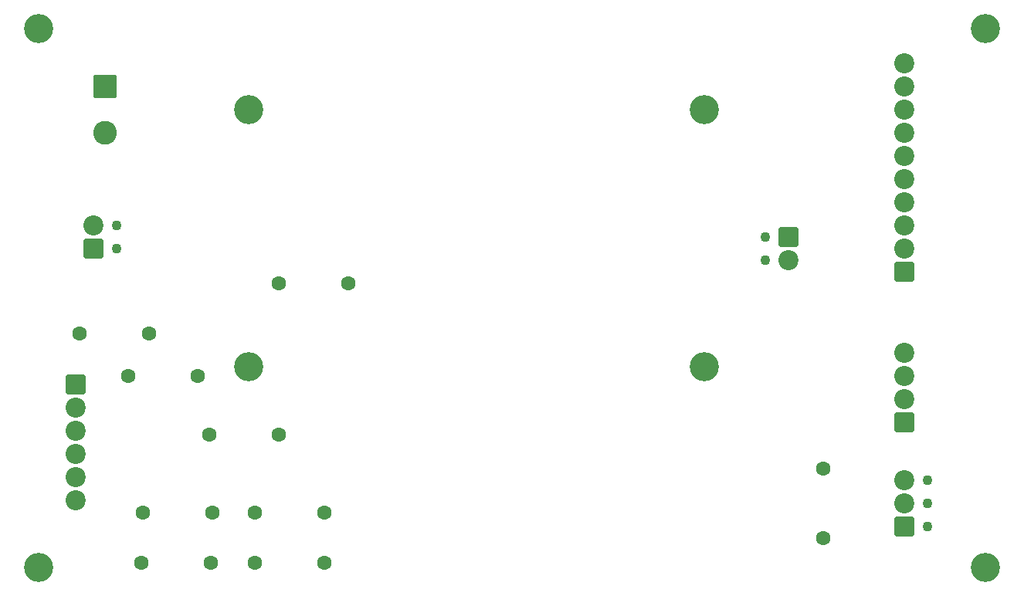
<source format=gbs>
%TF.GenerationSoftware,KiCad,Pcbnew,9.0.7*%
%TF.CreationDate,2026-01-11T22:14:01+00:00*%
%TF.ProjectId,ChillerHub,4368696c-6c65-4724-9875-622e6b696361,rev?*%
%TF.SameCoordinates,Original*%
%TF.FileFunction,Soldermask,Bot*%
%TF.FilePolarity,Negative*%
%FSLAX46Y46*%
G04 Gerber Fmt 4.6, Leading zero omitted, Abs format (unit mm)*
G04 Created by KiCad (PCBNEW 9.0.7) date 2026-01-11 22:14:01*
%MOMM*%
%LPD*%
G01*
G04 APERTURE LIST*
G04 Aperture macros list*
%AMRoundRect*
0 Rectangle with rounded corners*
0 $1 Rounding radius*
0 $2 $3 $4 $5 $6 $7 $8 $9 X,Y pos of 4 corners*
0 Add a 4 corners polygon primitive as box body*
4,1,4,$2,$3,$4,$5,$6,$7,$8,$9,$2,$3,0*
0 Add four circle primitives for the rounded corners*
1,1,$1+$1,$2,$3*
1,1,$1+$1,$4,$5*
1,1,$1+$1,$6,$7*
1,1,$1+$1,$8,$9*
0 Add four rect primitives between the rounded corners*
20,1,$1+$1,$2,$3,$4,$5,0*
20,1,$1+$1,$4,$5,$6,$7,0*
20,1,$1+$1,$6,$7,$8,$9,0*
20,1,$1+$1,$8,$9,$2,$3,0*%
G04 Aperture macros list end*
%ADD10RoundRect,0.249999X-0.850001X0.850001X-0.850001X-0.850001X0.850001X-0.850001X0.850001X0.850001X0*%
%ADD11C,2.200000*%
%ADD12RoundRect,0.249999X0.850001X-0.850001X0.850001X0.850001X-0.850001X0.850001X-0.850001X-0.850001X0*%
%ADD13C,1.100000*%
%ADD14C,3.200000*%
%ADD15C,1.600000*%
%ADD16RoundRect,0.250000X-1.050000X1.050000X-1.050000X-1.050000X1.050000X-1.050000X1.050000X1.050000X0*%
%ADD17C,2.600000*%
G04 APERTURE END LIST*
D10*
%TO.C,J2_GE1*%
X75500000Y-113920000D03*
D11*
X75500000Y-116460000D03*
X75500000Y-119000000D03*
X75500000Y-121540000D03*
X75500000Y-124080000D03*
X75500000Y-126620000D03*
%TD*%
D12*
%TO.C,J3_ESP1*%
X166370000Y-101600000D03*
D11*
X166370000Y-99060000D03*
X166370000Y-96520000D03*
X166370000Y-93980000D03*
X166370000Y-91440000D03*
X166370000Y-88900000D03*
X166370000Y-86360000D03*
X166370000Y-83820000D03*
X166370000Y-81280000D03*
X166370000Y-78740000D03*
%TD*%
D12*
%TO.C,J4_SHT1*%
X166370000Y-118110000D03*
D11*
X166370000Y-115570000D03*
X166370000Y-113030000D03*
X166370000Y-110490000D03*
%TD*%
D13*
%TO.C,J5_DS18B1*%
X168910000Y-129540000D03*
X168910000Y-127000000D03*
X168910000Y-124460000D03*
D12*
X166370000Y-129540000D03*
D11*
X166370000Y-127000000D03*
X166370000Y-124460000D03*
%TD*%
%TO.C,U2_LM1*%
X153670000Y-100330000D03*
D10*
X153670000Y-97790000D03*
D13*
X151130000Y-100330000D03*
X151130000Y-97790000D03*
%TD*%
D14*
%TO.C,REF\u002A\u002A*%
X175260000Y-74930000D03*
%TD*%
%TO.C,REF\u002A\u002A*%
X94447658Y-83838061D03*
%TD*%
%TO.C,REF\u002A\u002A*%
X144447658Y-83838061D03*
%TD*%
%TO.C,REF\u002A\u002A*%
X144447658Y-112038061D03*
%TD*%
%TO.C,REF\u002A\u002A*%
X94447658Y-112038061D03*
%TD*%
D13*
%TO.C,U1_LM1*%
X80010000Y-99060000D03*
X80010000Y-96520000D03*
D12*
X77470000Y-99060000D03*
D11*
X77470000Y-96520000D03*
%TD*%
D15*
%TO.C,R9*%
X157480000Y-123190000D03*
X157480000Y-130810000D03*
%TD*%
%TO.C,R1*%
X97790000Y-102870000D03*
X105410000Y-102870000D03*
%TD*%
D14*
%TO.C,REF\u002A\u002A*%
X71500000Y-134000000D03*
%TD*%
%TO.C,REF\u002A\u002A*%
X71500000Y-74930000D03*
%TD*%
%TO.C,REF\u002A\u002A*%
X175260000Y-134000000D03*
%TD*%
D15*
%TO.C,R6*%
X82690000Y-133500000D03*
X90310000Y-133500000D03*
%TD*%
%TO.C,R7*%
X95190000Y-133500000D03*
X102810000Y-133500000D03*
%TD*%
%TO.C,R2*%
X90190000Y-119500000D03*
X97810000Y-119500000D03*
%TD*%
%TO.C,R3*%
X88900000Y-113000000D03*
X81280000Y-113000000D03*
%TD*%
%TO.C,R8*%
X102810000Y-128000000D03*
X95190000Y-128000000D03*
%TD*%
D16*
%TO.C,J1_24VDC1*%
X78740000Y-81280000D03*
D17*
X78740000Y-86360000D03*
%TD*%
D15*
%TO.C,R4*%
X83573408Y-108375094D03*
X75953408Y-108375094D03*
%TD*%
%TO.C,R5*%
X82880000Y-128000000D03*
X90500000Y-128000000D03*
%TD*%
M02*

</source>
